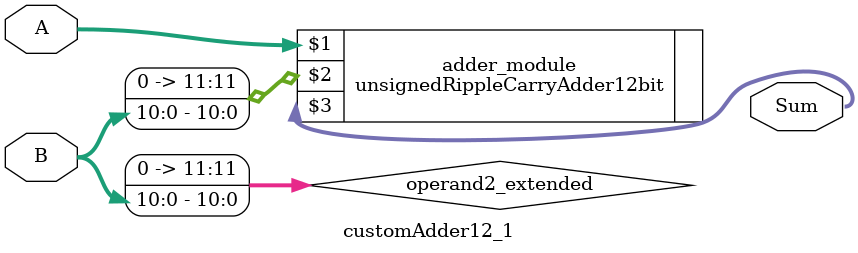
<source format=v>

module customAdder12_1(
                    input [11 : 0] A,
                    input [10 : 0] B,
                    
                    output [12 : 0] Sum
            );

    wire [11 : 0] operand2_extended;
    
    assign operand2_extended =  {1'b0, B};
    
    unsignedRippleCarryAdder12bit adder_module(
        A,
        operand2_extended,
        Sum
    );
    
endmodule
        
</source>
